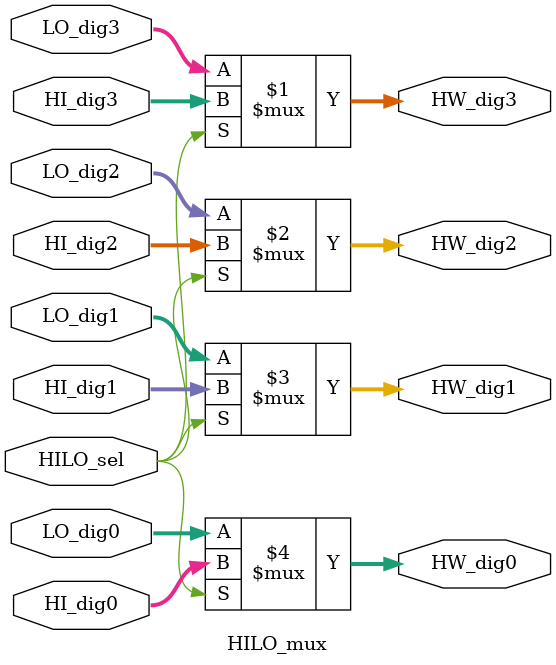
<source format=v>
`timescale 1ns / 1ps


module HILO_mux(
         input  wire [3:0] HI_dig3,
         input  wire [3:0] HI_dig2,
         input  wire [3:0] HI_dig1,
         input  wire [3:0] HI_dig0,
         input  wire [3:0] LO_dig3,
         input  wire [3:0] LO_dig2,
         input  wire [3:0] LO_dig1,
         input  wire [3:0] LO_dig0,
         input  wire       HILO_sel,
         output wire [3:0] HW_dig3,
         output wire [3:0] HW_dig2,
         output wire [3:0] HW_dig1,
         output wire [3:0] HW_dig0
              );
              
     assign HW_dig3 = HILO_sel ? HI_dig3 : LO_dig3;
     assign HW_dig2 = HILO_sel ? HI_dig2 : LO_dig2;
     assign HW_dig1 = HILO_sel ? HI_dig1 : LO_dig1;
     assign HW_dig0 = HILO_sel ? HI_dig0 : LO_dig0;

endmodule
</source>
